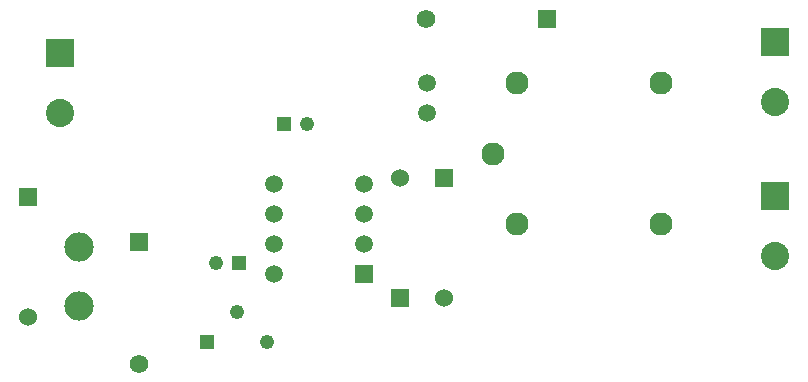
<source format=gbl>
G04*
G04 #@! TF.GenerationSoftware,Altium Limited,Altium Designer,22.9.1 (49)*
G04*
G04 Layer_Physical_Order=2*
G04 Layer_Color=16711680*
%FSLAX23Y23*%
%MOIN*%
G70*
G04*
G04 #@! TF.SameCoordinates,1D9096F5-09AE-4004-8E61-CDF66F45815B*
G04*
G04*
G04 #@! TF.FilePolarity,Positive*
G04*
G01*
G75*
%ADD31C,0.062*%
%ADD32R,0.062X0.062*%
%ADD33R,0.062X0.062*%
%ADD34C,0.094*%
%ADD35R,0.094X0.094*%
%ADD36C,0.059*%
%ADD37R,0.060X0.060*%
%ADD38C,0.060*%
%ADD39C,0.098*%
%ADD40C,0.048*%
%ADD41R,0.048X0.048*%
%ADD42C,0.049*%
%ADD43R,0.049X0.049*%
%ADD44R,0.059X0.059*%
%ADD45C,0.077*%
D31*
X1481Y1340D02*
D03*
X525Y190D02*
D03*
D32*
X1885Y1340D02*
D03*
D33*
X525Y594D02*
D03*
D34*
X2645Y1062D02*
D03*
X260Y1025D02*
D03*
X2645Y550D02*
D03*
D35*
Y1262D02*
D03*
X260Y1225D02*
D03*
X2645Y750D02*
D03*
D36*
X1485Y1025D02*
D03*
Y1125D02*
D03*
X975Y790D02*
D03*
Y690D02*
D03*
Y590D02*
D03*
Y490D02*
D03*
X1275Y790D02*
D03*
Y690D02*
D03*
Y590D02*
D03*
D37*
X1540Y810D02*
D03*
X155Y745D02*
D03*
X1395Y410D02*
D03*
D38*
X1540D02*
D03*
X155Y345D02*
D03*
X1395Y810D02*
D03*
D39*
X325Y580D02*
D03*
Y383D02*
D03*
D40*
X1084Y990D02*
D03*
X781Y525D02*
D03*
D41*
X1006Y990D02*
D03*
X859Y525D02*
D03*
D42*
X950Y261D02*
D03*
X850Y361D02*
D03*
D43*
X750Y261D02*
D03*
D44*
X1275Y490D02*
D03*
D45*
X1784Y1126D02*
D03*
X1705Y890D02*
D03*
X1784Y654D02*
D03*
X2264D02*
D03*
Y1126D02*
D03*
M02*

</source>
